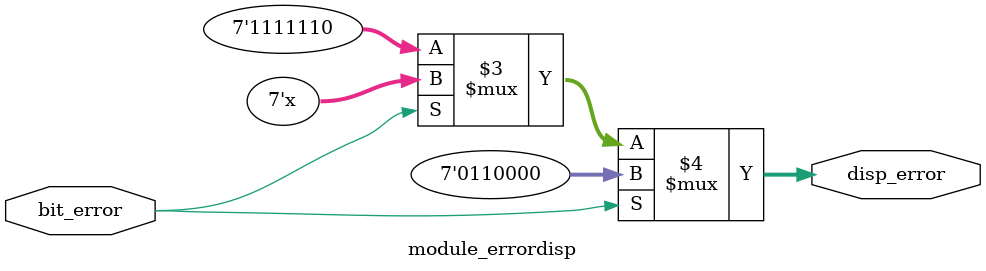
<source format=sv>
module module_errordisp(
    input logic bit_error,
    output logic[6:0] disp_error
);
    // Asignación del error al display de 7 segmentos
    assign disp_error = (bit_error == 1'b1) ? 7'b011_0000 :
                        (bit_error == 1'b0) ? 7'b111_1110 :
                        7'bxxx_xxxx;
endmodule
</source>
